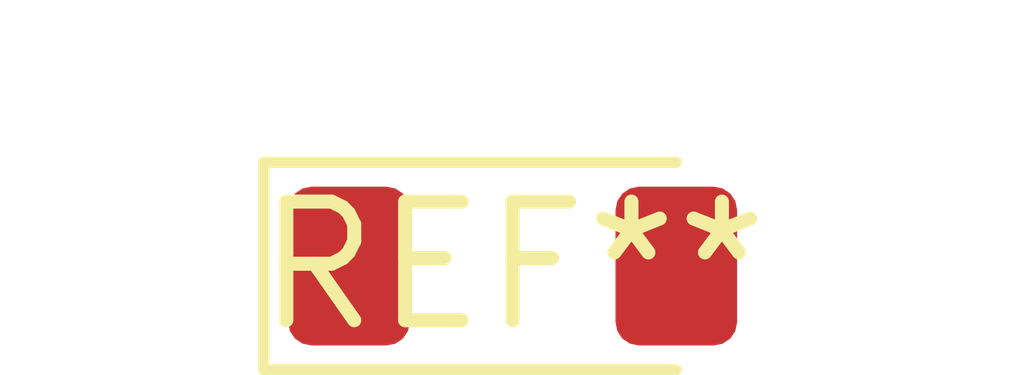
<source format=kicad_pcb>
(kicad_pcb (version 20240108) (generator pcbnew)
  (layers (0 "F.Cu" signal) (31 "B.Cu" signal) (34 "B.Paste" user) (35 "F.Paste" user) (36 "B.SilkS" user "B.Silkscreen") (37 "F.SilkS" user "F.Silkscreen") (38 "B.Mask" user) (39 "F.Mask" user) (44 "Edge.Cuts" user))
  (net 0 "")
  (footprint "D_MiniMELF" (layer "F.Cu") (at 0 0)
    (property "Reference" "REF**")
    (property "Value" "D_MiniMELF")
    (fp_line (start -2.66 -1.11) (end -2.66 1.11) (layer "F.SilkS") (stroke (width 0.12)))
    (fp_line (start -2.66 1.11) (end 1.75 1.11) (layer "F.SilkS") (stroke (width 0.12)))
    (fp_line (start 1.75 -1.11) (end -2.66 -1.11) (layer "F.SilkS") (stroke (width 0.12)))
    (pad "1" smd roundrect (at -1.75 0) (size 1.3 1.7) (layers "F.Cu" "F.Paste" "F.Mask") (roundrect_rratio 0.1923076923))
    (pad "2" smd roundrect (at 1.75 0) (size 1.3 1.7) (layers "F.Cu" "F.Paste" "F.Mask") (roundrect_rratio 0.1923076923))
  )
)
</source>
